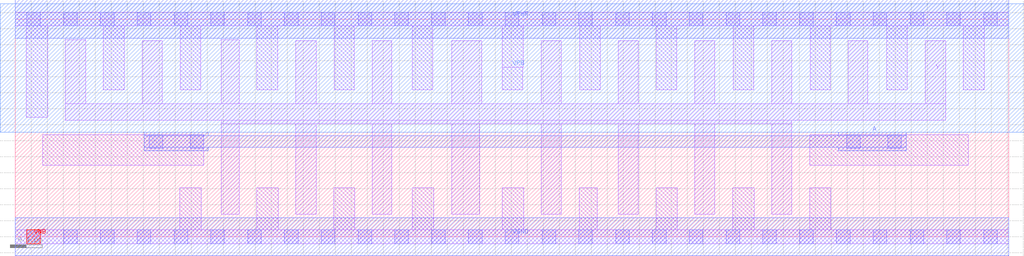
<source format=lef>
# Copyright 2020 The SkyWater PDK Authors
#
# Licensed under the Apache License, Version 2.0 (the "License");
# you may not use this file except in compliance with the License.
# You may obtain a copy of the License at
#
#     https://www.apache.org/licenses/LICENSE-2.0
#
# Unless required by applicable law or agreed to in writing, software
# distributed under the License is distributed on an "AS IS" BASIS,
# WITHOUT WARRANTIES OR CONDITIONS OF ANY KIND, either express or implied.
# See the License for the specific language governing permissions and
# limitations under the License.
#
# SPDX-License-Identifier: Apache-2.0

VERSION 5.7 ;
  NOWIREEXTENSIONATPIN ON ;
  DIVIDERCHAR "/" ;
  BUSBITCHARS "[]" ;
PROPERTYDEFINITIONS
  MACRO maskLayoutSubType STRING ;
  MACRO prCellType STRING ;
  MACRO originalViewName STRING ;
END PROPERTYDEFINITIONS
MACRO sky130_fd_sc_hdll__clkinv_16
  CLASS CORE ;
  FOREIGN sky130_fd_sc_hdll__clkinv_16 ;
  ORIGIN  0.000000  0.000000 ;
  SIZE  12.42000 BY  2.720000 ;
  SYMMETRY X Y R90 ;
  SITE unithd ;
  PIN A
    ANTENNAGATEAREA  5.328000 ;
    DIRECTION INPUT ;
    USE SIGNAL ;
    PORT
      LAYER met1 ;
        RECT  1.615000 1.075000  2.415000 1.120000 ;
        RECT  1.615000 1.120000 11.135000 1.260000 ;
        RECT  1.615000 1.260000  2.415000 1.305000 ;
        RECT 10.285000 1.075000 11.135000 1.120000 ;
        RECT 10.285000 1.260000 11.135000 1.305000 ;
    END
  END A
  PIN VGND
    ANTENNADIFFAREA  1.228500 ;
    DIRECTION INOUT ;
    USE SIGNAL ;
    PORT
      LAYER met1 ;
        RECT 0.000000 -0.240000 12.420000 0.240000 ;
    END
  END VGND
  PIN VPWR
    ANTENNADIFFAREA  3.895000 ;
    DIRECTION INOUT ;
    USE SIGNAL ;
    PORT
      LAYER met1 ;
        RECT 0.000000 2.480000 12.420000 2.960000 ;
    END
  END VPWR
  PIN Y
    ANTENNADIFFAREA  4.928900 ;
    DIRECTION OUTPUT ;
    USE SIGNAL ;
    PORT
      LAYER li1 ;
        RECT  0.625000 1.455000 11.630000 1.665000 ;
        RECT  0.625000 1.665000  0.880000 2.465000 ;
        RECT  1.585000 1.665000  1.840000 2.450000 ;
        RECT  2.575000 0.280000  2.800000 1.415000 ;
        RECT  2.575000 1.415000  9.705000 1.455000 ;
        RECT  2.575000 1.665000  2.800000 2.465000 ;
        RECT  3.505000 0.280000  3.760000 1.415000 ;
        RECT  3.505000 1.665000  3.760000 2.450000 ;
        RECT  4.465000 0.280000  4.705000 1.415000 ;
        RECT  4.465000 1.665000  4.705000 2.450000 ;
        RECT  5.455000 0.280000  5.805000 1.415000 ;
        RECT  5.455000 1.665000  5.830000 2.450000 ;
        RECT  6.575000 0.280000  6.825000 1.415000 ;
        RECT  6.575000 1.665000  6.825000 2.450000 ;
        RECT  7.535000 0.280000  7.785000 1.415000 ;
        RECT  7.535000 1.665000  7.785000 2.450000 ;
        RECT  8.495000 0.280000  8.745000 1.415000 ;
        RECT  8.495000 1.665000  8.745000 2.450000 ;
        RECT  9.455000 0.280000  9.705000 1.415000 ;
        RECT  9.455000 1.665000  9.705000 2.450000 ;
        RECT 10.415000 1.665000 10.655000 2.450000 ;
        RECT 11.375000 1.665000 11.630000 2.450000 ;
    END
  END Y
  PIN VNB
    DIRECTION INOUT ;
    USE GROUND ;
    PORT
      LAYER pwell ;
        RECT 0.145000 -0.085000 0.315000 0.085000 ;
    END
  END VNB
  PIN VPB
    DIRECTION INOUT ;
    USE POWER ;
    PORT
      LAYER nwell ;
        RECT -0.190000 1.305000 12.610000 2.910000 ;
    END
  END VPB
  OBS
    LAYER li1 ;
      RECT  0.000000 -0.085000 12.420000 0.085000 ;
      RECT  0.000000  2.635000 12.420000 2.805000 ;
      RECT  0.140000  1.495000  0.405000 2.635000 ;
      RECT  0.345000  0.895000  2.355000 1.275000 ;
      RECT  1.100000  1.835000  1.360000 2.635000 ;
      RECT  2.055000  0.085000  2.325000 0.610000 ;
      RECT  2.065000  1.835000  2.320000 2.635000 ;
      RECT  3.020000  0.085000  3.285000 0.610000 ;
      RECT  3.020000  1.835000  3.280000 2.635000 ;
      RECT  3.980000  0.085000  4.245000 0.610000 ;
      RECT  3.985000  1.835000  4.240000 2.635000 ;
      RECT  4.965000  0.085000  5.230000 0.610000 ;
      RECT  4.965000  1.835000  5.220000 2.635000 ;
      RECT  6.090000  0.085000  6.355000 0.610000 ;
      RECT  6.090000  1.835000  6.345000 2.120000 ;
      RECT  6.090000  2.120000  6.350000 2.635000 ;
      RECT  7.050000  0.085000  7.275000 0.610000 ;
      RECT  7.055000  1.835000  7.310000 2.635000 ;
      RECT  8.010000  0.085000  8.275000 0.610000 ;
      RECT  8.015000  1.835000  8.270000 2.635000 ;
      RECT  8.970000  0.085000  9.235000 0.610000 ;
      RECT  8.975000  1.835000  9.230000 2.635000 ;
      RECT  9.930000  0.085000 10.195000 0.610000 ;
      RECT  9.930000  0.895000 11.910000 1.275000 ;
      RECT  9.935000  1.835000 10.190000 2.635000 ;
      RECT 10.895000  1.835000 11.150000 2.635000 ;
      RECT 11.850000  1.835000 12.110000 2.635000 ;
    LAYER mcon ;
      RECT  0.145000 -0.085000  0.315000 0.085000 ;
      RECT  0.145000  2.635000  0.315000 2.805000 ;
      RECT  0.605000 -0.085000  0.775000 0.085000 ;
      RECT  0.605000  2.635000  0.775000 2.805000 ;
      RECT  1.065000 -0.085000  1.235000 0.085000 ;
      RECT  1.065000  2.635000  1.235000 2.805000 ;
      RECT  1.525000 -0.085000  1.695000 0.085000 ;
      RECT  1.525000  2.635000  1.695000 2.805000 ;
      RECT  1.675000  1.105000  1.845000 1.275000 ;
      RECT  1.985000 -0.085000  2.155000 0.085000 ;
      RECT  1.985000  2.635000  2.155000 2.805000 ;
      RECT  2.185000  1.105000  2.355000 1.275000 ;
      RECT  2.445000 -0.085000  2.615000 0.085000 ;
      RECT  2.445000  2.635000  2.615000 2.805000 ;
      RECT  2.905000 -0.085000  3.075000 0.085000 ;
      RECT  2.905000  2.635000  3.075000 2.805000 ;
      RECT  3.365000 -0.085000  3.535000 0.085000 ;
      RECT  3.365000  2.635000  3.535000 2.805000 ;
      RECT  3.825000 -0.085000  3.995000 0.085000 ;
      RECT  3.825000  2.635000  3.995000 2.805000 ;
      RECT  4.285000 -0.085000  4.455000 0.085000 ;
      RECT  4.285000  2.635000  4.455000 2.805000 ;
      RECT  4.745000 -0.085000  4.915000 0.085000 ;
      RECT  4.745000  2.635000  4.915000 2.805000 ;
      RECT  5.205000 -0.085000  5.375000 0.085000 ;
      RECT  5.205000  2.635000  5.375000 2.805000 ;
      RECT  5.665000 -0.085000  5.835000 0.085000 ;
      RECT  5.665000  2.635000  5.835000 2.805000 ;
      RECT  6.125000 -0.085000  6.295000 0.085000 ;
      RECT  6.125000  2.635000  6.295000 2.805000 ;
      RECT  6.585000 -0.085000  6.755000 0.085000 ;
      RECT  6.585000  2.635000  6.755000 2.805000 ;
      RECT  7.045000 -0.085000  7.215000 0.085000 ;
      RECT  7.045000  2.635000  7.215000 2.805000 ;
      RECT  7.505000 -0.085000  7.675000 0.085000 ;
      RECT  7.505000  2.635000  7.675000 2.805000 ;
      RECT  7.965000 -0.085000  8.135000 0.085000 ;
      RECT  7.965000  2.635000  8.135000 2.805000 ;
      RECT  8.425000 -0.085000  8.595000 0.085000 ;
      RECT  8.425000  2.635000  8.595000 2.805000 ;
      RECT  8.885000 -0.085000  9.055000 0.085000 ;
      RECT  8.885000  2.635000  9.055000 2.805000 ;
      RECT  9.345000 -0.085000  9.515000 0.085000 ;
      RECT  9.345000  2.635000  9.515000 2.805000 ;
      RECT  9.805000 -0.085000  9.975000 0.085000 ;
      RECT  9.805000  2.635000  9.975000 2.805000 ;
      RECT 10.265000 -0.085000 10.435000 0.085000 ;
      RECT 10.265000  2.635000 10.435000 2.805000 ;
      RECT 10.395000  1.105000 10.565000 1.275000 ;
      RECT 10.725000 -0.085000 10.895000 0.085000 ;
      RECT 10.725000  2.635000 10.895000 2.805000 ;
      RECT 10.905000  1.105000 11.075000 1.275000 ;
      RECT 11.185000 -0.085000 11.355000 0.085000 ;
      RECT 11.185000  2.635000 11.355000 2.805000 ;
      RECT 11.645000 -0.085000 11.815000 0.085000 ;
      RECT 11.645000  2.635000 11.815000 2.805000 ;
      RECT 12.105000 -0.085000 12.275000 0.085000 ;
      RECT 12.105000  2.635000 12.275000 2.805000 ;
  END
  PROPERTY maskLayoutSubType "abstract" ;
  PROPERTY prCellType "standard" ;
  PROPERTY originalViewName "layout" ;
END sky130_fd_sc_hdll__clkinv_16
END LIBRARY

</source>
